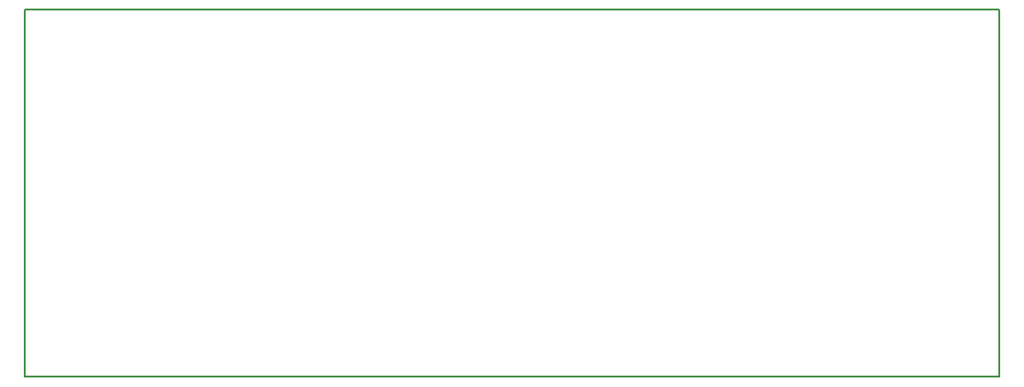
<source format=gbr>
G04 DipTrace 2.4.0.2*
%INÃðàíèöûïëàòû.gbr*%
%MOIN*%
%ADD11C,0.0055*%
%FSLAX44Y44*%
G04*
G70*
G90*
G75*
G01*
%LNBoardOutline*%
%LPD*%
X3937Y16811D2*
D11*
X38016Y16812D1*
Y3937D1*
X3937D1*
Y16811D1*
M02*

</source>
